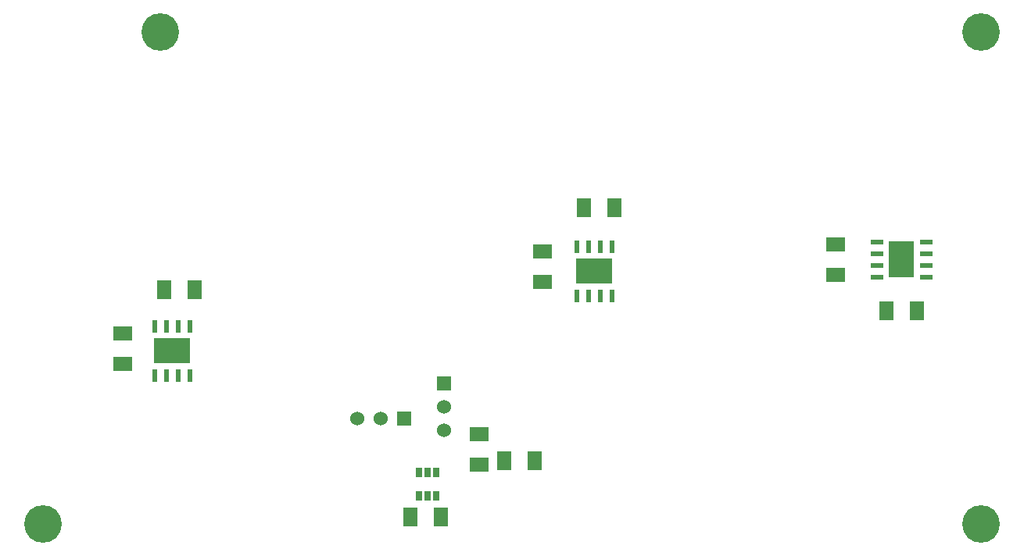
<source format=gbs>
G04 (created by PCBNEW (2013-07-07 BZR 4022)-stable) date 10/6/2014 4:48:18 PM*
%MOIN*%
G04 Gerber Fmt 3.4, Leading zero omitted, Abs format*
%FSLAX34Y34*%
G01*
G70*
G90*
G04 APERTURE LIST*
%ADD10C,0.00590551*%
%ADD11R,0.0276X0.0394*%
%ADD12R,0.0236X0.0551*%
%ADD13R,0.1575X0.1102*%
%ADD14R,0.0551X0.0236*%
%ADD15R,0.1102X0.1575*%
%ADD16R,0.06X0.08*%
%ADD17R,0.08X0.06*%
%ADD18R,0.06X0.06*%
%ADD19C,0.06*%
%ADD20C,0.16*%
G04 APERTURE END LIST*
G54D10*
G54D11*
X48275Y-32300D03*
X47900Y-32300D03*
X47525Y-32300D03*
X47525Y-33300D03*
X47900Y-33300D03*
X48275Y-33300D03*
G54D12*
X36250Y-28150D03*
X36250Y-26050D03*
X36750Y-28150D03*
X37250Y-28150D03*
X37750Y-28150D03*
X36750Y-26050D03*
X37250Y-26050D03*
X37750Y-26050D03*
G54D13*
X37000Y-27100D03*
G54D12*
X54250Y-24750D03*
X54250Y-22650D03*
X54750Y-24750D03*
X55250Y-24750D03*
X55750Y-24750D03*
X54750Y-22650D03*
X55250Y-22650D03*
X55750Y-22650D03*
G54D13*
X55000Y-23700D03*
G54D14*
X69150Y-23950D03*
X67050Y-23950D03*
X69150Y-23450D03*
X69150Y-22950D03*
X69150Y-22450D03*
X67050Y-23450D03*
X67050Y-22950D03*
X67050Y-22450D03*
G54D15*
X68100Y-23200D03*
G54D16*
X52450Y-31800D03*
X51150Y-31800D03*
X47150Y-34200D03*
X48450Y-34200D03*
G54D17*
X50100Y-31950D03*
X50100Y-30650D03*
X34900Y-26350D03*
X34900Y-27650D03*
X52800Y-22850D03*
X52800Y-24150D03*
G54D16*
X67450Y-25400D03*
X68750Y-25400D03*
G54D17*
X65300Y-23850D03*
X65300Y-22550D03*
G54D16*
X36650Y-24500D03*
X37950Y-24500D03*
X54550Y-21000D03*
X55850Y-21000D03*
G54D18*
X46900Y-30000D03*
G54D19*
X45900Y-30000D03*
X44900Y-30000D03*
G54D18*
X48600Y-28500D03*
G54D19*
X48600Y-29500D03*
X48600Y-30500D03*
G54D20*
X71500Y-13500D03*
X71500Y-34500D03*
X31500Y-34500D03*
X36500Y-13500D03*
M02*

</source>
